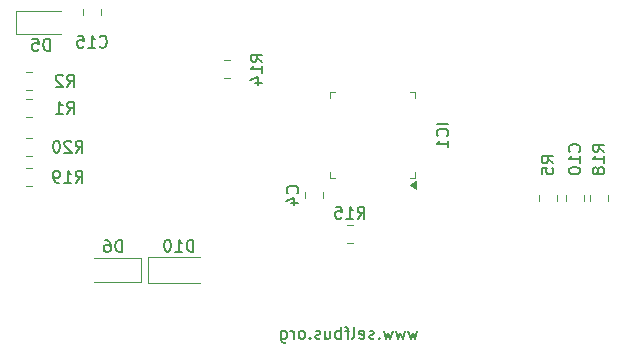
<source format=gbr>
%TF.GenerationSoftware,KiCad,Pcbnew,8.0.1*%
%TF.CreationDate,2024-04-28T15:11:04+02:00*%
%TF.ProjectId,controller_lpc1115_2MU_v1.04,636f6e74-726f-46c6-9c65-725f6c706331,rev?*%
%TF.SameCoordinates,Original*%
%TF.FileFunction,Legend,Bot*%
%TF.FilePolarity,Positive*%
%FSLAX46Y46*%
G04 Gerber Fmt 4.6, Leading zero omitted, Abs format (unit mm)*
G04 Created by KiCad (PCBNEW 8.0.1) date 2024-04-28 15:11:04*
%MOMM*%
%LPD*%
G01*
G04 APERTURE LIST*
%ADD10C,0.150000*%
%ADD11C,0.120000*%
G04 APERTURE END LIST*
D10*
X161302458Y-114011152D02*
X161111982Y-114677819D01*
X161111982Y-114677819D02*
X160921506Y-114201628D01*
X160921506Y-114201628D02*
X160731030Y-114677819D01*
X160731030Y-114677819D02*
X160540554Y-114011152D01*
X160254839Y-114011152D02*
X160064363Y-114677819D01*
X160064363Y-114677819D02*
X159873887Y-114201628D01*
X159873887Y-114201628D02*
X159683411Y-114677819D01*
X159683411Y-114677819D02*
X159492935Y-114011152D01*
X159207220Y-114011152D02*
X159016744Y-114677819D01*
X159016744Y-114677819D02*
X158826268Y-114201628D01*
X158826268Y-114201628D02*
X158635792Y-114677819D01*
X158635792Y-114677819D02*
X158445316Y-114011152D01*
X158064363Y-114582580D02*
X158016744Y-114630200D01*
X158016744Y-114630200D02*
X158064363Y-114677819D01*
X158064363Y-114677819D02*
X158111982Y-114630200D01*
X158111982Y-114630200D02*
X158064363Y-114582580D01*
X158064363Y-114582580D02*
X158064363Y-114677819D01*
X157635792Y-114630200D02*
X157540554Y-114677819D01*
X157540554Y-114677819D02*
X157350078Y-114677819D01*
X157350078Y-114677819D02*
X157254840Y-114630200D01*
X157254840Y-114630200D02*
X157207221Y-114534961D01*
X157207221Y-114534961D02*
X157207221Y-114487342D01*
X157207221Y-114487342D02*
X157254840Y-114392104D01*
X157254840Y-114392104D02*
X157350078Y-114344485D01*
X157350078Y-114344485D02*
X157492935Y-114344485D01*
X157492935Y-114344485D02*
X157588173Y-114296866D01*
X157588173Y-114296866D02*
X157635792Y-114201628D01*
X157635792Y-114201628D02*
X157635792Y-114154009D01*
X157635792Y-114154009D02*
X157588173Y-114058771D01*
X157588173Y-114058771D02*
X157492935Y-114011152D01*
X157492935Y-114011152D02*
X157350078Y-114011152D01*
X157350078Y-114011152D02*
X157254840Y-114058771D01*
X156397697Y-114630200D02*
X156492935Y-114677819D01*
X156492935Y-114677819D02*
X156683411Y-114677819D01*
X156683411Y-114677819D02*
X156778649Y-114630200D01*
X156778649Y-114630200D02*
X156826268Y-114534961D01*
X156826268Y-114534961D02*
X156826268Y-114154009D01*
X156826268Y-114154009D02*
X156778649Y-114058771D01*
X156778649Y-114058771D02*
X156683411Y-114011152D01*
X156683411Y-114011152D02*
X156492935Y-114011152D01*
X156492935Y-114011152D02*
X156397697Y-114058771D01*
X156397697Y-114058771D02*
X156350078Y-114154009D01*
X156350078Y-114154009D02*
X156350078Y-114249247D01*
X156350078Y-114249247D02*
X156826268Y-114344485D01*
X155778649Y-114677819D02*
X155873887Y-114630200D01*
X155873887Y-114630200D02*
X155921506Y-114534961D01*
X155921506Y-114534961D02*
X155921506Y-113677819D01*
X155540553Y-114011152D02*
X155159601Y-114011152D01*
X155397696Y-114677819D02*
X155397696Y-113820676D01*
X155397696Y-113820676D02*
X155350077Y-113725438D01*
X155350077Y-113725438D02*
X155254839Y-113677819D01*
X155254839Y-113677819D02*
X155159601Y-113677819D01*
X154826267Y-114677819D02*
X154826267Y-113677819D01*
X154826267Y-114058771D02*
X154731029Y-114011152D01*
X154731029Y-114011152D02*
X154540553Y-114011152D01*
X154540553Y-114011152D02*
X154445315Y-114058771D01*
X154445315Y-114058771D02*
X154397696Y-114106390D01*
X154397696Y-114106390D02*
X154350077Y-114201628D01*
X154350077Y-114201628D02*
X154350077Y-114487342D01*
X154350077Y-114487342D02*
X154397696Y-114582580D01*
X154397696Y-114582580D02*
X154445315Y-114630200D01*
X154445315Y-114630200D02*
X154540553Y-114677819D01*
X154540553Y-114677819D02*
X154731029Y-114677819D01*
X154731029Y-114677819D02*
X154826267Y-114630200D01*
X153492934Y-114011152D02*
X153492934Y-114677819D01*
X153921505Y-114011152D02*
X153921505Y-114534961D01*
X153921505Y-114534961D02*
X153873886Y-114630200D01*
X153873886Y-114630200D02*
X153778648Y-114677819D01*
X153778648Y-114677819D02*
X153635791Y-114677819D01*
X153635791Y-114677819D02*
X153540553Y-114630200D01*
X153540553Y-114630200D02*
X153492934Y-114582580D01*
X153064362Y-114630200D02*
X152969124Y-114677819D01*
X152969124Y-114677819D02*
X152778648Y-114677819D01*
X152778648Y-114677819D02*
X152683410Y-114630200D01*
X152683410Y-114630200D02*
X152635791Y-114534961D01*
X152635791Y-114534961D02*
X152635791Y-114487342D01*
X152635791Y-114487342D02*
X152683410Y-114392104D01*
X152683410Y-114392104D02*
X152778648Y-114344485D01*
X152778648Y-114344485D02*
X152921505Y-114344485D01*
X152921505Y-114344485D02*
X153016743Y-114296866D01*
X153016743Y-114296866D02*
X153064362Y-114201628D01*
X153064362Y-114201628D02*
X153064362Y-114154009D01*
X153064362Y-114154009D02*
X153016743Y-114058771D01*
X153016743Y-114058771D02*
X152921505Y-114011152D01*
X152921505Y-114011152D02*
X152778648Y-114011152D01*
X152778648Y-114011152D02*
X152683410Y-114058771D01*
X152207219Y-114582580D02*
X152159600Y-114630200D01*
X152159600Y-114630200D02*
X152207219Y-114677819D01*
X152207219Y-114677819D02*
X152254838Y-114630200D01*
X152254838Y-114630200D02*
X152207219Y-114582580D01*
X152207219Y-114582580D02*
X152207219Y-114677819D01*
X151588172Y-114677819D02*
X151683410Y-114630200D01*
X151683410Y-114630200D02*
X151731029Y-114582580D01*
X151731029Y-114582580D02*
X151778648Y-114487342D01*
X151778648Y-114487342D02*
X151778648Y-114201628D01*
X151778648Y-114201628D02*
X151731029Y-114106390D01*
X151731029Y-114106390D02*
X151683410Y-114058771D01*
X151683410Y-114058771D02*
X151588172Y-114011152D01*
X151588172Y-114011152D02*
X151445315Y-114011152D01*
X151445315Y-114011152D02*
X151350077Y-114058771D01*
X151350077Y-114058771D02*
X151302458Y-114106390D01*
X151302458Y-114106390D02*
X151254839Y-114201628D01*
X151254839Y-114201628D02*
X151254839Y-114487342D01*
X151254839Y-114487342D02*
X151302458Y-114582580D01*
X151302458Y-114582580D02*
X151350077Y-114630200D01*
X151350077Y-114630200D02*
X151445315Y-114677819D01*
X151445315Y-114677819D02*
X151588172Y-114677819D01*
X150826267Y-114677819D02*
X150826267Y-114011152D01*
X150826267Y-114201628D02*
X150778648Y-114106390D01*
X150778648Y-114106390D02*
X150731029Y-114058771D01*
X150731029Y-114058771D02*
X150635791Y-114011152D01*
X150635791Y-114011152D02*
X150540553Y-114011152D01*
X149778648Y-114011152D02*
X149778648Y-114820676D01*
X149778648Y-114820676D02*
X149826267Y-114915914D01*
X149826267Y-114915914D02*
X149873886Y-114963533D01*
X149873886Y-114963533D02*
X149969124Y-115011152D01*
X149969124Y-115011152D02*
X150111981Y-115011152D01*
X150111981Y-115011152D02*
X150207219Y-114963533D01*
X149778648Y-114630200D02*
X149873886Y-114677819D01*
X149873886Y-114677819D02*
X150064362Y-114677819D01*
X150064362Y-114677819D02*
X150159600Y-114630200D01*
X150159600Y-114630200D02*
X150207219Y-114582580D01*
X150207219Y-114582580D02*
X150254838Y-114487342D01*
X150254838Y-114487342D02*
X150254838Y-114201628D01*
X150254838Y-114201628D02*
X150207219Y-114106390D01*
X150207219Y-114106390D02*
X150159600Y-114058771D01*
X150159600Y-114058771D02*
X150064362Y-114011152D01*
X150064362Y-114011152D02*
X149873886Y-114011152D01*
X149873886Y-114011152D02*
X149778648Y-114058771D01*
X132370857Y-98908819D02*
X132704190Y-98432628D01*
X132942285Y-98908819D02*
X132942285Y-97908819D01*
X132942285Y-97908819D02*
X132561333Y-97908819D01*
X132561333Y-97908819D02*
X132466095Y-97956438D01*
X132466095Y-97956438D02*
X132418476Y-98004057D01*
X132418476Y-98004057D02*
X132370857Y-98099295D01*
X132370857Y-98099295D02*
X132370857Y-98242152D01*
X132370857Y-98242152D02*
X132418476Y-98337390D01*
X132418476Y-98337390D02*
X132466095Y-98385009D01*
X132466095Y-98385009D02*
X132561333Y-98432628D01*
X132561333Y-98432628D02*
X132942285Y-98432628D01*
X131989904Y-98004057D02*
X131942285Y-97956438D01*
X131942285Y-97956438D02*
X131847047Y-97908819D01*
X131847047Y-97908819D02*
X131608952Y-97908819D01*
X131608952Y-97908819D02*
X131513714Y-97956438D01*
X131513714Y-97956438D02*
X131466095Y-98004057D01*
X131466095Y-98004057D02*
X131418476Y-98099295D01*
X131418476Y-98099295D02*
X131418476Y-98194533D01*
X131418476Y-98194533D02*
X131466095Y-98337390D01*
X131466095Y-98337390D02*
X132037523Y-98908819D01*
X132037523Y-98908819D02*
X131418476Y-98908819D01*
X130799428Y-97908819D02*
X130704190Y-97908819D01*
X130704190Y-97908819D02*
X130608952Y-97956438D01*
X130608952Y-97956438D02*
X130561333Y-98004057D01*
X130561333Y-98004057D02*
X130513714Y-98099295D01*
X130513714Y-98099295D02*
X130466095Y-98289771D01*
X130466095Y-98289771D02*
X130466095Y-98527866D01*
X130466095Y-98527866D02*
X130513714Y-98718342D01*
X130513714Y-98718342D02*
X130561333Y-98813580D01*
X130561333Y-98813580D02*
X130608952Y-98861200D01*
X130608952Y-98861200D02*
X130704190Y-98908819D01*
X130704190Y-98908819D02*
X130799428Y-98908819D01*
X130799428Y-98908819D02*
X130894666Y-98861200D01*
X130894666Y-98861200D02*
X130942285Y-98813580D01*
X130942285Y-98813580D02*
X130989904Y-98718342D01*
X130989904Y-98718342D02*
X131037523Y-98527866D01*
X131037523Y-98527866D02*
X131037523Y-98289771D01*
X131037523Y-98289771D02*
X130989904Y-98099295D01*
X130989904Y-98099295D02*
X130942285Y-98004057D01*
X130942285Y-98004057D02*
X130894666Y-97956438D01*
X130894666Y-97956438D02*
X130799428Y-97908819D01*
X151137580Y-102351333D02*
X151185200Y-102303714D01*
X151185200Y-102303714D02*
X151232819Y-102160857D01*
X151232819Y-102160857D02*
X151232819Y-102065619D01*
X151232819Y-102065619D02*
X151185200Y-101922762D01*
X151185200Y-101922762D02*
X151089961Y-101827524D01*
X151089961Y-101827524D02*
X150994723Y-101779905D01*
X150994723Y-101779905D02*
X150804247Y-101732286D01*
X150804247Y-101732286D02*
X150661390Y-101732286D01*
X150661390Y-101732286D02*
X150470914Y-101779905D01*
X150470914Y-101779905D02*
X150375676Y-101827524D01*
X150375676Y-101827524D02*
X150280438Y-101922762D01*
X150280438Y-101922762D02*
X150232819Y-102065619D01*
X150232819Y-102065619D02*
X150232819Y-102160857D01*
X150232819Y-102160857D02*
X150280438Y-102303714D01*
X150280438Y-102303714D02*
X150328057Y-102351333D01*
X150566152Y-103208476D02*
X151232819Y-103208476D01*
X150185200Y-102970381D02*
X150899485Y-102732286D01*
X150899485Y-102732286D02*
X150899485Y-103351333D01*
X132370857Y-101448819D02*
X132704190Y-100972628D01*
X132942285Y-101448819D02*
X132942285Y-100448819D01*
X132942285Y-100448819D02*
X132561333Y-100448819D01*
X132561333Y-100448819D02*
X132466095Y-100496438D01*
X132466095Y-100496438D02*
X132418476Y-100544057D01*
X132418476Y-100544057D02*
X132370857Y-100639295D01*
X132370857Y-100639295D02*
X132370857Y-100782152D01*
X132370857Y-100782152D02*
X132418476Y-100877390D01*
X132418476Y-100877390D02*
X132466095Y-100925009D01*
X132466095Y-100925009D02*
X132561333Y-100972628D01*
X132561333Y-100972628D02*
X132942285Y-100972628D01*
X131418476Y-101448819D02*
X131989904Y-101448819D01*
X131704190Y-101448819D02*
X131704190Y-100448819D01*
X131704190Y-100448819D02*
X131799428Y-100591676D01*
X131799428Y-100591676D02*
X131894666Y-100686914D01*
X131894666Y-100686914D02*
X131989904Y-100734533D01*
X130942285Y-101448819D02*
X130751809Y-101448819D01*
X130751809Y-101448819D02*
X130656571Y-101401200D01*
X130656571Y-101401200D02*
X130608952Y-101353580D01*
X130608952Y-101353580D02*
X130513714Y-101210723D01*
X130513714Y-101210723D02*
X130466095Y-101020247D01*
X130466095Y-101020247D02*
X130466095Y-100639295D01*
X130466095Y-100639295D02*
X130513714Y-100544057D01*
X130513714Y-100544057D02*
X130561333Y-100496438D01*
X130561333Y-100496438D02*
X130656571Y-100448819D01*
X130656571Y-100448819D02*
X130847047Y-100448819D01*
X130847047Y-100448819D02*
X130942285Y-100496438D01*
X130942285Y-100496438D02*
X130989904Y-100544057D01*
X130989904Y-100544057D02*
X131037523Y-100639295D01*
X131037523Y-100639295D02*
X131037523Y-100877390D01*
X131037523Y-100877390D02*
X130989904Y-100972628D01*
X130989904Y-100972628D02*
X130942285Y-101020247D01*
X130942285Y-101020247D02*
X130847047Y-101067866D01*
X130847047Y-101067866D02*
X130656571Y-101067866D01*
X130656571Y-101067866D02*
X130561333Y-101020247D01*
X130561333Y-101020247D02*
X130513714Y-100972628D01*
X130513714Y-100972628D02*
X130466095Y-100877390D01*
X142340285Y-107290819D02*
X142340285Y-106290819D01*
X142340285Y-106290819D02*
X142102190Y-106290819D01*
X142102190Y-106290819D02*
X141959333Y-106338438D01*
X141959333Y-106338438D02*
X141864095Y-106433676D01*
X141864095Y-106433676D02*
X141816476Y-106528914D01*
X141816476Y-106528914D02*
X141768857Y-106719390D01*
X141768857Y-106719390D02*
X141768857Y-106862247D01*
X141768857Y-106862247D02*
X141816476Y-107052723D01*
X141816476Y-107052723D02*
X141864095Y-107147961D01*
X141864095Y-107147961D02*
X141959333Y-107243200D01*
X141959333Y-107243200D02*
X142102190Y-107290819D01*
X142102190Y-107290819D02*
X142340285Y-107290819D01*
X140816476Y-107290819D02*
X141387904Y-107290819D01*
X141102190Y-107290819D02*
X141102190Y-106290819D01*
X141102190Y-106290819D02*
X141197428Y-106433676D01*
X141197428Y-106433676D02*
X141292666Y-106528914D01*
X141292666Y-106528914D02*
X141387904Y-106576533D01*
X140197428Y-106290819D02*
X140102190Y-106290819D01*
X140102190Y-106290819D02*
X140006952Y-106338438D01*
X140006952Y-106338438D02*
X139959333Y-106386057D01*
X139959333Y-106386057D02*
X139911714Y-106481295D01*
X139911714Y-106481295D02*
X139864095Y-106671771D01*
X139864095Y-106671771D02*
X139864095Y-106909866D01*
X139864095Y-106909866D02*
X139911714Y-107100342D01*
X139911714Y-107100342D02*
X139959333Y-107195580D01*
X139959333Y-107195580D02*
X140006952Y-107243200D01*
X140006952Y-107243200D02*
X140102190Y-107290819D01*
X140102190Y-107290819D02*
X140197428Y-107290819D01*
X140197428Y-107290819D02*
X140292666Y-107243200D01*
X140292666Y-107243200D02*
X140340285Y-107195580D01*
X140340285Y-107195580D02*
X140387904Y-107100342D01*
X140387904Y-107100342D02*
X140435523Y-106909866D01*
X140435523Y-106909866D02*
X140435523Y-106671771D01*
X140435523Y-106671771D02*
X140387904Y-106481295D01*
X140387904Y-106481295D02*
X140340285Y-106386057D01*
X140340285Y-106386057D02*
X140292666Y-106338438D01*
X140292666Y-106338438D02*
X140197428Y-106290819D01*
X134402857Y-89923580D02*
X134450476Y-89971200D01*
X134450476Y-89971200D02*
X134593333Y-90018819D01*
X134593333Y-90018819D02*
X134688571Y-90018819D01*
X134688571Y-90018819D02*
X134831428Y-89971200D01*
X134831428Y-89971200D02*
X134926666Y-89875961D01*
X134926666Y-89875961D02*
X134974285Y-89780723D01*
X134974285Y-89780723D02*
X135021904Y-89590247D01*
X135021904Y-89590247D02*
X135021904Y-89447390D01*
X135021904Y-89447390D02*
X134974285Y-89256914D01*
X134974285Y-89256914D02*
X134926666Y-89161676D01*
X134926666Y-89161676D02*
X134831428Y-89066438D01*
X134831428Y-89066438D02*
X134688571Y-89018819D01*
X134688571Y-89018819D02*
X134593333Y-89018819D01*
X134593333Y-89018819D02*
X134450476Y-89066438D01*
X134450476Y-89066438D02*
X134402857Y-89114057D01*
X133450476Y-90018819D02*
X134021904Y-90018819D01*
X133736190Y-90018819D02*
X133736190Y-89018819D01*
X133736190Y-89018819D02*
X133831428Y-89161676D01*
X133831428Y-89161676D02*
X133926666Y-89256914D01*
X133926666Y-89256914D02*
X134021904Y-89304533D01*
X132545714Y-89018819D02*
X133021904Y-89018819D01*
X133021904Y-89018819D02*
X133069523Y-89495009D01*
X133069523Y-89495009D02*
X133021904Y-89447390D01*
X133021904Y-89447390D02*
X132926666Y-89399771D01*
X132926666Y-89399771D02*
X132688571Y-89399771D01*
X132688571Y-89399771D02*
X132593333Y-89447390D01*
X132593333Y-89447390D02*
X132545714Y-89495009D01*
X132545714Y-89495009D02*
X132498095Y-89590247D01*
X132498095Y-89590247D02*
X132498095Y-89828342D01*
X132498095Y-89828342D02*
X132545714Y-89923580D01*
X132545714Y-89923580D02*
X132593333Y-89971200D01*
X132593333Y-89971200D02*
X132688571Y-90018819D01*
X132688571Y-90018819D02*
X132926666Y-90018819D01*
X132926666Y-90018819D02*
X133021904Y-89971200D01*
X133021904Y-89971200D02*
X133069523Y-89923580D01*
X148184819Y-91207142D02*
X147708628Y-90873809D01*
X148184819Y-90635714D02*
X147184819Y-90635714D01*
X147184819Y-90635714D02*
X147184819Y-91016666D01*
X147184819Y-91016666D02*
X147232438Y-91111904D01*
X147232438Y-91111904D02*
X147280057Y-91159523D01*
X147280057Y-91159523D02*
X147375295Y-91207142D01*
X147375295Y-91207142D02*
X147518152Y-91207142D01*
X147518152Y-91207142D02*
X147613390Y-91159523D01*
X147613390Y-91159523D02*
X147661009Y-91111904D01*
X147661009Y-91111904D02*
X147708628Y-91016666D01*
X147708628Y-91016666D02*
X147708628Y-90635714D01*
X148184819Y-92159523D02*
X148184819Y-91588095D01*
X148184819Y-91873809D02*
X147184819Y-91873809D01*
X147184819Y-91873809D02*
X147327676Y-91778571D01*
X147327676Y-91778571D02*
X147422914Y-91683333D01*
X147422914Y-91683333D02*
X147470533Y-91588095D01*
X147518152Y-93016666D02*
X148184819Y-93016666D01*
X147137200Y-92778571D02*
X147851485Y-92540476D01*
X147851485Y-92540476D02*
X147851485Y-93159523D01*
X131640666Y-93320819D02*
X131973999Y-92844628D01*
X132212094Y-93320819D02*
X132212094Y-92320819D01*
X132212094Y-92320819D02*
X131831142Y-92320819D01*
X131831142Y-92320819D02*
X131735904Y-92368438D01*
X131735904Y-92368438D02*
X131688285Y-92416057D01*
X131688285Y-92416057D02*
X131640666Y-92511295D01*
X131640666Y-92511295D02*
X131640666Y-92654152D01*
X131640666Y-92654152D02*
X131688285Y-92749390D01*
X131688285Y-92749390D02*
X131735904Y-92797009D01*
X131735904Y-92797009D02*
X131831142Y-92844628D01*
X131831142Y-92844628D02*
X132212094Y-92844628D01*
X131259713Y-92416057D02*
X131212094Y-92368438D01*
X131212094Y-92368438D02*
X131116856Y-92320819D01*
X131116856Y-92320819D02*
X130878761Y-92320819D01*
X130878761Y-92320819D02*
X130783523Y-92368438D01*
X130783523Y-92368438D02*
X130735904Y-92416057D01*
X130735904Y-92416057D02*
X130688285Y-92511295D01*
X130688285Y-92511295D02*
X130688285Y-92606533D01*
X130688285Y-92606533D02*
X130735904Y-92749390D01*
X130735904Y-92749390D02*
X131307332Y-93320819D01*
X131307332Y-93320819D02*
X130688285Y-93320819D01*
X156246857Y-104496819D02*
X156580190Y-104020628D01*
X156818285Y-104496819D02*
X156818285Y-103496819D01*
X156818285Y-103496819D02*
X156437333Y-103496819D01*
X156437333Y-103496819D02*
X156342095Y-103544438D01*
X156342095Y-103544438D02*
X156294476Y-103592057D01*
X156294476Y-103592057D02*
X156246857Y-103687295D01*
X156246857Y-103687295D02*
X156246857Y-103830152D01*
X156246857Y-103830152D02*
X156294476Y-103925390D01*
X156294476Y-103925390D02*
X156342095Y-103973009D01*
X156342095Y-103973009D02*
X156437333Y-104020628D01*
X156437333Y-104020628D02*
X156818285Y-104020628D01*
X155294476Y-104496819D02*
X155865904Y-104496819D01*
X155580190Y-104496819D02*
X155580190Y-103496819D01*
X155580190Y-103496819D02*
X155675428Y-103639676D01*
X155675428Y-103639676D02*
X155770666Y-103734914D01*
X155770666Y-103734914D02*
X155865904Y-103782533D01*
X154389714Y-103496819D02*
X154865904Y-103496819D01*
X154865904Y-103496819D02*
X154913523Y-103973009D01*
X154913523Y-103973009D02*
X154865904Y-103925390D01*
X154865904Y-103925390D02*
X154770666Y-103877771D01*
X154770666Y-103877771D02*
X154532571Y-103877771D01*
X154532571Y-103877771D02*
X154437333Y-103925390D01*
X154437333Y-103925390D02*
X154389714Y-103973009D01*
X154389714Y-103973009D02*
X154342095Y-104068247D01*
X154342095Y-104068247D02*
X154342095Y-104306342D01*
X154342095Y-104306342D02*
X154389714Y-104401580D01*
X154389714Y-104401580D02*
X154437333Y-104449200D01*
X154437333Y-104449200D02*
X154532571Y-104496819D01*
X154532571Y-104496819D02*
X154770666Y-104496819D01*
X154770666Y-104496819D02*
X154865904Y-104449200D01*
X154865904Y-104449200D02*
X154913523Y-104401580D01*
X177140819Y-98827142D02*
X176664628Y-98493809D01*
X177140819Y-98255714D02*
X176140819Y-98255714D01*
X176140819Y-98255714D02*
X176140819Y-98636666D01*
X176140819Y-98636666D02*
X176188438Y-98731904D01*
X176188438Y-98731904D02*
X176236057Y-98779523D01*
X176236057Y-98779523D02*
X176331295Y-98827142D01*
X176331295Y-98827142D02*
X176474152Y-98827142D01*
X176474152Y-98827142D02*
X176569390Y-98779523D01*
X176569390Y-98779523D02*
X176617009Y-98731904D01*
X176617009Y-98731904D02*
X176664628Y-98636666D01*
X176664628Y-98636666D02*
X176664628Y-98255714D01*
X177140819Y-99779523D02*
X177140819Y-99208095D01*
X177140819Y-99493809D02*
X176140819Y-99493809D01*
X176140819Y-99493809D02*
X176283676Y-99398571D01*
X176283676Y-99398571D02*
X176378914Y-99303333D01*
X176378914Y-99303333D02*
X176426533Y-99208095D01*
X176569390Y-100350952D02*
X176521771Y-100255714D01*
X176521771Y-100255714D02*
X176474152Y-100208095D01*
X176474152Y-100208095D02*
X176378914Y-100160476D01*
X176378914Y-100160476D02*
X176331295Y-100160476D01*
X176331295Y-100160476D02*
X176236057Y-100208095D01*
X176236057Y-100208095D02*
X176188438Y-100255714D01*
X176188438Y-100255714D02*
X176140819Y-100350952D01*
X176140819Y-100350952D02*
X176140819Y-100541428D01*
X176140819Y-100541428D02*
X176188438Y-100636666D01*
X176188438Y-100636666D02*
X176236057Y-100684285D01*
X176236057Y-100684285D02*
X176331295Y-100731904D01*
X176331295Y-100731904D02*
X176378914Y-100731904D01*
X176378914Y-100731904D02*
X176474152Y-100684285D01*
X176474152Y-100684285D02*
X176521771Y-100636666D01*
X176521771Y-100636666D02*
X176569390Y-100541428D01*
X176569390Y-100541428D02*
X176569390Y-100350952D01*
X176569390Y-100350952D02*
X176617009Y-100255714D01*
X176617009Y-100255714D02*
X176664628Y-100208095D01*
X176664628Y-100208095D02*
X176759866Y-100160476D01*
X176759866Y-100160476D02*
X176950342Y-100160476D01*
X176950342Y-100160476D02*
X177045580Y-100208095D01*
X177045580Y-100208095D02*
X177093200Y-100255714D01*
X177093200Y-100255714D02*
X177140819Y-100350952D01*
X177140819Y-100350952D02*
X177140819Y-100541428D01*
X177140819Y-100541428D02*
X177093200Y-100636666D01*
X177093200Y-100636666D02*
X177045580Y-100684285D01*
X177045580Y-100684285D02*
X176950342Y-100731904D01*
X176950342Y-100731904D02*
X176759866Y-100731904D01*
X176759866Y-100731904D02*
X176664628Y-100684285D01*
X176664628Y-100684285D02*
X176617009Y-100636666D01*
X176617009Y-100636666D02*
X176569390Y-100541428D01*
X131640666Y-95606819D02*
X131973999Y-95130628D01*
X132212094Y-95606819D02*
X132212094Y-94606819D01*
X132212094Y-94606819D02*
X131831142Y-94606819D01*
X131831142Y-94606819D02*
X131735904Y-94654438D01*
X131735904Y-94654438D02*
X131688285Y-94702057D01*
X131688285Y-94702057D02*
X131640666Y-94797295D01*
X131640666Y-94797295D02*
X131640666Y-94940152D01*
X131640666Y-94940152D02*
X131688285Y-95035390D01*
X131688285Y-95035390D02*
X131735904Y-95083009D01*
X131735904Y-95083009D02*
X131831142Y-95130628D01*
X131831142Y-95130628D02*
X132212094Y-95130628D01*
X130688285Y-95606819D02*
X131259713Y-95606819D01*
X130973999Y-95606819D02*
X130973999Y-94606819D01*
X130973999Y-94606819D02*
X131069237Y-94749676D01*
X131069237Y-94749676D02*
X131164475Y-94844914D01*
X131164475Y-94844914D02*
X131259713Y-94892533D01*
X163932819Y-96461810D02*
X162932819Y-96461810D01*
X163837580Y-97509428D02*
X163885200Y-97461809D01*
X163885200Y-97461809D02*
X163932819Y-97318952D01*
X163932819Y-97318952D02*
X163932819Y-97223714D01*
X163932819Y-97223714D02*
X163885200Y-97080857D01*
X163885200Y-97080857D02*
X163789961Y-96985619D01*
X163789961Y-96985619D02*
X163694723Y-96938000D01*
X163694723Y-96938000D02*
X163504247Y-96890381D01*
X163504247Y-96890381D02*
X163361390Y-96890381D01*
X163361390Y-96890381D02*
X163170914Y-96938000D01*
X163170914Y-96938000D02*
X163075676Y-96985619D01*
X163075676Y-96985619D02*
X162980438Y-97080857D01*
X162980438Y-97080857D02*
X162932819Y-97223714D01*
X162932819Y-97223714D02*
X162932819Y-97318952D01*
X162932819Y-97318952D02*
X162980438Y-97461809D01*
X162980438Y-97461809D02*
X163028057Y-97509428D01*
X163932819Y-98461809D02*
X163932819Y-97890381D01*
X163932819Y-98176095D02*
X162932819Y-98176095D01*
X162932819Y-98176095D02*
X163075676Y-98080857D01*
X163075676Y-98080857D02*
X163170914Y-97985619D01*
X163170914Y-97985619D02*
X163218533Y-97890381D01*
X136276094Y-107322819D02*
X136276094Y-106322819D01*
X136276094Y-106322819D02*
X136037999Y-106322819D01*
X136037999Y-106322819D02*
X135895142Y-106370438D01*
X135895142Y-106370438D02*
X135799904Y-106465676D01*
X135799904Y-106465676D02*
X135752285Y-106560914D01*
X135752285Y-106560914D02*
X135704666Y-106751390D01*
X135704666Y-106751390D02*
X135704666Y-106894247D01*
X135704666Y-106894247D02*
X135752285Y-107084723D01*
X135752285Y-107084723D02*
X135799904Y-107179961D01*
X135799904Y-107179961D02*
X135895142Y-107275200D01*
X135895142Y-107275200D02*
X136037999Y-107322819D01*
X136037999Y-107322819D02*
X136276094Y-107322819D01*
X134847523Y-106322819D02*
X135037999Y-106322819D01*
X135037999Y-106322819D02*
X135133237Y-106370438D01*
X135133237Y-106370438D02*
X135180856Y-106418057D01*
X135180856Y-106418057D02*
X135276094Y-106560914D01*
X135276094Y-106560914D02*
X135323713Y-106751390D01*
X135323713Y-106751390D02*
X135323713Y-107132342D01*
X135323713Y-107132342D02*
X135276094Y-107227580D01*
X135276094Y-107227580D02*
X135228475Y-107275200D01*
X135228475Y-107275200D02*
X135133237Y-107322819D01*
X135133237Y-107322819D02*
X134942761Y-107322819D01*
X134942761Y-107322819D02*
X134847523Y-107275200D01*
X134847523Y-107275200D02*
X134799904Y-107227580D01*
X134799904Y-107227580D02*
X134752285Y-107132342D01*
X134752285Y-107132342D02*
X134752285Y-106894247D01*
X134752285Y-106894247D02*
X134799904Y-106799009D01*
X134799904Y-106799009D02*
X134847523Y-106751390D01*
X134847523Y-106751390D02*
X134942761Y-106703771D01*
X134942761Y-106703771D02*
X135133237Y-106703771D01*
X135133237Y-106703771D02*
X135228475Y-106751390D01*
X135228475Y-106751390D02*
X135276094Y-106799009D01*
X135276094Y-106799009D02*
X135323713Y-106894247D01*
X130180094Y-90272819D02*
X130180094Y-89272819D01*
X130180094Y-89272819D02*
X129941999Y-89272819D01*
X129941999Y-89272819D02*
X129799142Y-89320438D01*
X129799142Y-89320438D02*
X129703904Y-89415676D01*
X129703904Y-89415676D02*
X129656285Y-89510914D01*
X129656285Y-89510914D02*
X129608666Y-89701390D01*
X129608666Y-89701390D02*
X129608666Y-89844247D01*
X129608666Y-89844247D02*
X129656285Y-90034723D01*
X129656285Y-90034723D02*
X129703904Y-90129961D01*
X129703904Y-90129961D02*
X129799142Y-90225200D01*
X129799142Y-90225200D02*
X129941999Y-90272819D01*
X129941999Y-90272819D02*
X130180094Y-90272819D01*
X128703904Y-89272819D02*
X129180094Y-89272819D01*
X129180094Y-89272819D02*
X129227713Y-89749009D01*
X129227713Y-89749009D02*
X129180094Y-89701390D01*
X129180094Y-89701390D02*
X129084856Y-89653771D01*
X129084856Y-89653771D02*
X128846761Y-89653771D01*
X128846761Y-89653771D02*
X128751523Y-89701390D01*
X128751523Y-89701390D02*
X128703904Y-89749009D01*
X128703904Y-89749009D02*
X128656285Y-89844247D01*
X128656285Y-89844247D02*
X128656285Y-90082342D01*
X128656285Y-90082342D02*
X128703904Y-90177580D01*
X128703904Y-90177580D02*
X128751523Y-90225200D01*
X128751523Y-90225200D02*
X128846761Y-90272819D01*
X128846761Y-90272819D02*
X129084856Y-90272819D01*
X129084856Y-90272819D02*
X129180094Y-90225200D01*
X129180094Y-90225200D02*
X129227713Y-90177580D01*
X175013580Y-98827142D02*
X175061200Y-98779523D01*
X175061200Y-98779523D02*
X175108819Y-98636666D01*
X175108819Y-98636666D02*
X175108819Y-98541428D01*
X175108819Y-98541428D02*
X175061200Y-98398571D01*
X175061200Y-98398571D02*
X174965961Y-98303333D01*
X174965961Y-98303333D02*
X174870723Y-98255714D01*
X174870723Y-98255714D02*
X174680247Y-98208095D01*
X174680247Y-98208095D02*
X174537390Y-98208095D01*
X174537390Y-98208095D02*
X174346914Y-98255714D01*
X174346914Y-98255714D02*
X174251676Y-98303333D01*
X174251676Y-98303333D02*
X174156438Y-98398571D01*
X174156438Y-98398571D02*
X174108819Y-98541428D01*
X174108819Y-98541428D02*
X174108819Y-98636666D01*
X174108819Y-98636666D02*
X174156438Y-98779523D01*
X174156438Y-98779523D02*
X174204057Y-98827142D01*
X175108819Y-99779523D02*
X175108819Y-99208095D01*
X175108819Y-99493809D02*
X174108819Y-99493809D01*
X174108819Y-99493809D02*
X174251676Y-99398571D01*
X174251676Y-99398571D02*
X174346914Y-99303333D01*
X174346914Y-99303333D02*
X174394533Y-99208095D01*
X174108819Y-100398571D02*
X174108819Y-100493809D01*
X174108819Y-100493809D02*
X174156438Y-100589047D01*
X174156438Y-100589047D02*
X174204057Y-100636666D01*
X174204057Y-100636666D02*
X174299295Y-100684285D01*
X174299295Y-100684285D02*
X174489771Y-100731904D01*
X174489771Y-100731904D02*
X174727866Y-100731904D01*
X174727866Y-100731904D02*
X174918342Y-100684285D01*
X174918342Y-100684285D02*
X175013580Y-100636666D01*
X175013580Y-100636666D02*
X175061200Y-100589047D01*
X175061200Y-100589047D02*
X175108819Y-100493809D01*
X175108819Y-100493809D02*
X175108819Y-100398571D01*
X175108819Y-100398571D02*
X175061200Y-100303333D01*
X175061200Y-100303333D02*
X175013580Y-100255714D01*
X175013580Y-100255714D02*
X174918342Y-100208095D01*
X174918342Y-100208095D02*
X174727866Y-100160476D01*
X174727866Y-100160476D02*
X174489771Y-100160476D01*
X174489771Y-100160476D02*
X174299295Y-100208095D01*
X174299295Y-100208095D02*
X174204057Y-100255714D01*
X174204057Y-100255714D02*
X174156438Y-100303333D01*
X174156438Y-100303333D02*
X174108819Y-100398571D01*
X172822819Y-99811333D02*
X172346628Y-99478000D01*
X172822819Y-99239905D02*
X171822819Y-99239905D01*
X171822819Y-99239905D02*
X171822819Y-99620857D01*
X171822819Y-99620857D02*
X171870438Y-99716095D01*
X171870438Y-99716095D02*
X171918057Y-99763714D01*
X171918057Y-99763714D02*
X172013295Y-99811333D01*
X172013295Y-99811333D02*
X172156152Y-99811333D01*
X172156152Y-99811333D02*
X172251390Y-99763714D01*
X172251390Y-99763714D02*
X172299009Y-99716095D01*
X172299009Y-99716095D02*
X172346628Y-99620857D01*
X172346628Y-99620857D02*
X172346628Y-99239905D01*
X171822819Y-100716095D02*
X171822819Y-100239905D01*
X171822819Y-100239905D02*
X172299009Y-100192286D01*
X172299009Y-100192286D02*
X172251390Y-100239905D01*
X172251390Y-100239905D02*
X172203771Y-100335143D01*
X172203771Y-100335143D02*
X172203771Y-100573238D01*
X172203771Y-100573238D02*
X172251390Y-100668476D01*
X172251390Y-100668476D02*
X172299009Y-100716095D01*
X172299009Y-100716095D02*
X172394247Y-100763714D01*
X172394247Y-100763714D02*
X172632342Y-100763714D01*
X172632342Y-100763714D02*
X172727580Y-100716095D01*
X172727580Y-100716095D02*
X172775200Y-100668476D01*
X172775200Y-100668476D02*
X172822819Y-100573238D01*
X172822819Y-100573238D02*
X172822819Y-100335143D01*
X172822819Y-100335143D02*
X172775200Y-100239905D01*
X172775200Y-100239905D02*
X172727580Y-100192286D01*
D11*
%TO.C,R20*%
X128653064Y-97719000D02*
X128198936Y-97719000D01*
X128653064Y-99189000D02*
X128198936Y-99189000D01*
%TO.C,C4*%
X153291000Y-102779252D02*
X153291000Y-102256748D01*
X151821000Y-102779252D02*
X151821000Y-102256748D01*
%TO.C,R19*%
X128198936Y-100259000D02*
X128653064Y-100259000D01*
X128198936Y-101729000D02*
X128653064Y-101729000D01*
%TO.C,D10*%
X142876000Y-107758000D02*
X138466000Y-107758000D01*
X138466000Y-107758000D02*
X138466000Y-109978000D01*
X138466000Y-109978000D02*
X142876000Y-109978000D01*
%TO.C,C15*%
X134495000Y-87285252D02*
X134495000Y-86762748D01*
X133025000Y-87285252D02*
X133025000Y-86762748D01*
%TO.C,R14*%
X145417064Y-91115000D02*
X144962936Y-91115000D01*
X145417064Y-92585000D02*
X144962936Y-92585000D01*
%TO.C,R2*%
X128653064Y-92131000D02*
X128198936Y-92131000D01*
X128653064Y-93601000D02*
X128198936Y-93601000D01*
%TO.C,R15*%
X155376936Y-105085000D02*
X155831064Y-105085000D01*
X155376936Y-106555000D02*
X155831064Y-106555000D01*
%TO.C,R18*%
X177421000Y-102999064D02*
X177421000Y-102544936D01*
X175951000Y-102999064D02*
X175951000Y-102544936D01*
%TO.C,R1*%
X128198936Y-94417000D02*
X128653064Y-94417000D01*
X128198936Y-95887000D02*
X128653064Y-95887000D01*
%TO.C,IC1*%
X161129950Y-93808050D02*
X161129950Y-94258050D01*
X160679950Y-93808050D02*
X161129950Y-93808050D01*
X154359950Y-93808050D02*
X153909950Y-93808050D01*
X153909950Y-93808050D02*
X153909950Y-94258050D01*
X161129950Y-101028050D02*
X161129950Y-100578050D01*
X160679950Y-101028050D02*
X161129950Y-101028050D01*
X154359950Y-101028050D02*
X153909950Y-101028050D01*
X153909950Y-101028050D02*
X153909950Y-100578050D01*
X161149950Y-101958050D02*
X160679950Y-101618050D01*
X161149950Y-101278050D01*
X161149950Y-101958050D01*
G36*
X161149950Y-101958050D02*
G01*
X160679950Y-101618050D01*
X161149950Y-101278050D01*
X161149950Y-101958050D01*
G37*
%TO.C,D6*%
X133888000Y-107868000D02*
X137898000Y-107868000D01*
X137898000Y-109868000D02*
X137898000Y-107868000D01*
X133888000Y-109868000D02*
X137898000Y-109868000D01*
%TO.C,D5*%
X131142800Y-86887600D02*
X127282800Y-86887600D01*
X127282800Y-86887600D02*
X127282800Y-88887600D01*
X131142800Y-88887600D02*
X127282800Y-88887600D01*
%TO.C,C10*%
X175389000Y-103033252D02*
X175389000Y-102510748D01*
X173919000Y-103033252D02*
X173919000Y-102510748D01*
%TO.C,R5*%
X173103000Y-102999064D02*
X173103000Y-102544936D01*
X171633000Y-102999064D02*
X171633000Y-102544936D01*
%TD*%
M02*

</source>
